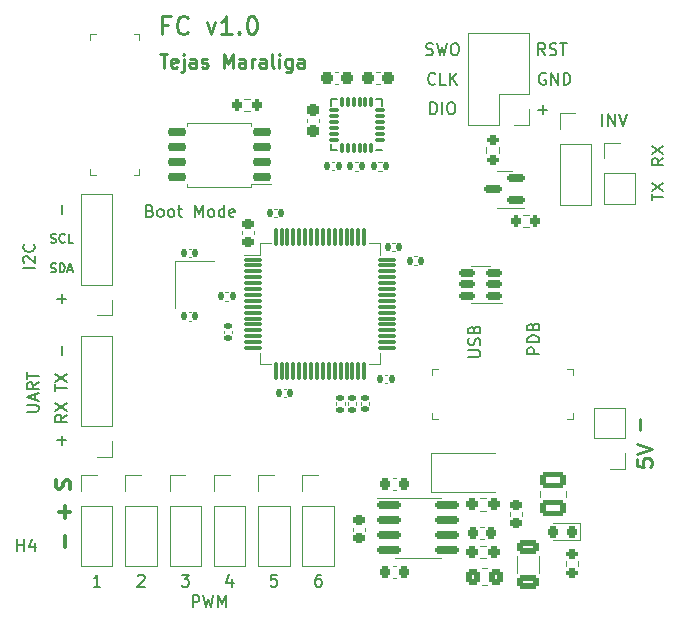
<source format=gto>
%TF.GenerationSoftware,KiCad,Pcbnew,(6.0.5)*%
%TF.CreationDate,2022-06-15T23:30:50-04:00*%
%TF.ProjectId,FlightController,466c6967-6874-4436-9f6e-74726f6c6c65,rev?*%
%TF.SameCoordinates,Original*%
%TF.FileFunction,Legend,Top*%
%TF.FilePolarity,Positive*%
%FSLAX46Y46*%
G04 Gerber Fmt 4.6, Leading zero omitted, Abs format (unit mm)*
G04 Created by KiCad (PCBNEW (6.0.5)) date 2022-06-15 23:30:50*
%MOMM*%
%LPD*%
G01*
G04 APERTURE LIST*
G04 Aperture macros list*
%AMRoundRect*
0 Rectangle with rounded corners*
0 $1 Rounding radius*
0 $2 $3 $4 $5 $6 $7 $8 $9 X,Y pos of 4 corners*
0 Add a 4 corners polygon primitive as box body*
4,1,4,$2,$3,$4,$5,$6,$7,$8,$9,$2,$3,0*
0 Add four circle primitives for the rounded corners*
1,1,$1+$1,$2,$3*
1,1,$1+$1,$4,$5*
1,1,$1+$1,$6,$7*
1,1,$1+$1,$8,$9*
0 Add four rect primitives between the rounded corners*
20,1,$1+$1,$2,$3,$4,$5,0*
20,1,$1+$1,$4,$5,$6,$7,0*
20,1,$1+$1,$6,$7,$8,$9,0*
20,1,$1+$1,$8,$9,$2,$3,0*%
G04 Aperture macros list end*
%ADD10C,0.150000*%
%ADD11C,0.250000*%
%ADD12C,0.300000*%
%ADD13C,0.120000*%
%ADD14C,0.100000*%
%ADD15C,5.000000*%
%ADD16RoundRect,0.200000X-0.275000X0.200000X-0.275000X-0.200000X0.275000X-0.200000X0.275000X0.200000X0*%
%ADD17RoundRect,0.237500X-0.250000X-0.237500X0.250000X-0.237500X0.250000X0.237500X-0.250000X0.237500X0*%
%ADD18RoundRect,0.250000X0.350000X0.450000X-0.350000X0.450000X-0.350000X-0.450000X0.350000X-0.450000X0*%
%ADD19RoundRect,0.200000X0.200000X0.275000X-0.200000X0.275000X-0.200000X-0.275000X0.200000X-0.275000X0*%
%ADD20RoundRect,0.200000X0.275000X-0.200000X0.275000X0.200000X-0.275000X0.200000X-0.275000X-0.200000X0*%
%ADD21RoundRect,0.250001X-0.849999X0.462499X-0.849999X-0.462499X0.849999X-0.462499X0.849999X0.462499X0*%
%ADD22RoundRect,0.218750X0.218750X0.256250X-0.218750X0.256250X-0.218750X-0.256250X0.218750X-0.256250X0*%
%ADD23R,2.500000X1.800000*%
%ADD24RoundRect,0.250000X0.650000X-0.325000X0.650000X0.325000X-0.650000X0.325000X-0.650000X-0.325000X0*%
%ADD25RoundRect,0.225000X-0.225000X-0.250000X0.225000X-0.250000X0.225000X0.250000X-0.225000X0.250000X0*%
%ADD26RoundRect,0.225000X-0.250000X0.225000X-0.250000X-0.225000X0.250000X-0.225000X0.250000X0.225000X0*%
%ADD27RoundRect,0.237500X-0.300000X-0.237500X0.300000X-0.237500X0.300000X0.237500X-0.300000X0.237500X0*%
%ADD28RoundRect,0.237500X0.237500X-0.300000X0.237500X0.300000X-0.237500X0.300000X-0.237500X-0.300000X0*%
%ADD29RoundRect,0.225000X0.250000X-0.225000X0.250000X0.225000X-0.250000X0.225000X-0.250000X-0.225000X0*%
%ADD30RoundRect,0.150000X0.650000X0.150000X-0.650000X0.150000X-0.650000X-0.150000X0.650000X-0.150000X0*%
%ADD31RoundRect,0.140000X0.140000X0.170000X-0.140000X0.170000X-0.140000X-0.170000X0.140000X-0.170000X0*%
%ADD32RoundRect,0.135000X-0.185000X0.135000X-0.185000X-0.135000X0.185000X-0.135000X0.185000X0.135000X0*%
%ADD33R,1.700000X1.700000*%
%ADD34O,1.700000X1.700000*%
%ADD35R,1.900000X1.900000*%
%ADD36C,1.900000*%
%ADD37RoundRect,0.140000X-0.140000X-0.170000X0.140000X-0.170000X0.140000X0.170000X-0.140000X0.170000X0*%
%ADD38RoundRect,0.140000X-0.170000X0.140000X-0.170000X-0.140000X0.170000X-0.140000X0.170000X0.140000X0*%
%ADD39RoundRect,0.150000X-0.825000X-0.150000X0.825000X-0.150000X0.825000X0.150000X-0.825000X0.150000X0*%
%ADD40RoundRect,0.140000X0.170000X-0.140000X0.170000X0.140000X-0.170000X0.140000X-0.170000X-0.140000X0*%
%ADD41R,1.250000X0.500000*%
%ADD42C,1.500000*%
%ADD43R,2.000000X2.500000*%
%ADD44RoundRect,0.075000X0.350000X0.075000X-0.350000X0.075000X-0.350000X-0.075000X0.350000X-0.075000X0*%
%ADD45RoundRect,0.075000X-0.075000X0.350000X-0.075000X-0.350000X0.075000X-0.350000X0.075000X0.350000X0*%
%ADD46RoundRect,0.135000X-0.135000X-0.185000X0.135000X-0.185000X0.135000X0.185000X-0.135000X0.185000X0*%
%ADD47RoundRect,0.135000X0.135000X0.185000X-0.135000X0.185000X-0.135000X-0.185000X0.135000X-0.185000X0*%
%ADD48RoundRect,0.075000X-0.700000X-0.075000X0.700000X-0.075000X0.700000X0.075000X-0.700000X0.075000X0*%
%ADD49RoundRect,0.075000X-0.075000X-0.700000X0.075000X-0.700000X0.075000X0.700000X-0.075000X0.700000X0*%
%ADD50RoundRect,0.150000X0.587500X0.150000X-0.587500X0.150000X-0.587500X-0.150000X0.587500X-0.150000X0*%
%ADD51RoundRect,0.150000X0.512500X0.150000X-0.512500X0.150000X-0.512500X-0.150000X0.512500X-0.150000X0*%
%ADD52R,1.200000X1.400000*%
G04 APERTURE END LIST*
D10*
X151369047Y-77404761D02*
X151511904Y-77452380D01*
X151750000Y-77452380D01*
X151845238Y-77404761D01*
X151892857Y-77357142D01*
X151940476Y-77261904D01*
X151940476Y-77166666D01*
X151892857Y-77071428D01*
X151845238Y-77023809D01*
X151750000Y-76976190D01*
X151559523Y-76928571D01*
X151464285Y-76880952D01*
X151416666Y-76833333D01*
X151369047Y-76738095D01*
X151369047Y-76642857D01*
X151416666Y-76547619D01*
X151464285Y-76500000D01*
X151559523Y-76452380D01*
X151797619Y-76452380D01*
X151940476Y-76500000D01*
X152273809Y-76452380D02*
X152511904Y-77452380D01*
X152702380Y-76738095D01*
X152892857Y-77452380D01*
X153130952Y-76452380D01*
X153702380Y-76452380D02*
X153892857Y-76452380D01*
X153988095Y-76500000D01*
X154083333Y-76595238D01*
X154130952Y-76785714D01*
X154130952Y-77119047D01*
X154083333Y-77309523D01*
X153988095Y-77404761D01*
X153892857Y-77452380D01*
X153702380Y-77452380D01*
X153607142Y-77404761D01*
X153511904Y-77309523D01*
X153464285Y-77119047D01*
X153464285Y-76785714D01*
X153511904Y-76595238D01*
X153607142Y-76500000D01*
X153702380Y-76452380D01*
X152154761Y-79857142D02*
X152107142Y-79904761D01*
X151964285Y-79952380D01*
X151869047Y-79952380D01*
X151726190Y-79904761D01*
X151630952Y-79809523D01*
X151583333Y-79714285D01*
X151535714Y-79523809D01*
X151535714Y-79380952D01*
X151583333Y-79190476D01*
X151630952Y-79095238D01*
X151726190Y-79000000D01*
X151869047Y-78952380D01*
X151964285Y-78952380D01*
X152107142Y-79000000D01*
X152154761Y-79047619D01*
X153059523Y-79952380D02*
X152583333Y-79952380D01*
X152583333Y-78952380D01*
X153392857Y-79952380D02*
X153392857Y-78952380D01*
X153964285Y-79952380D02*
X153535714Y-79380952D01*
X153964285Y-78952380D02*
X153392857Y-79523809D01*
X151726190Y-82452380D02*
X151726190Y-81452380D01*
X151964285Y-81452380D01*
X152107142Y-81500000D01*
X152202380Y-81595238D01*
X152250000Y-81690476D01*
X152297619Y-81880952D01*
X152297619Y-82023809D01*
X152250000Y-82214285D01*
X152202380Y-82309523D01*
X152107142Y-82404761D01*
X151964285Y-82452380D01*
X151726190Y-82452380D01*
X152726190Y-82452380D02*
X152726190Y-81452380D01*
X153392857Y-81452380D02*
X153583333Y-81452380D01*
X153678571Y-81500000D01*
X153773809Y-81595238D01*
X153821428Y-81785714D01*
X153821428Y-82119047D01*
X153773809Y-82309523D01*
X153678571Y-82404761D01*
X153583333Y-82452380D01*
X153392857Y-82452380D01*
X153297619Y-82404761D01*
X153202380Y-82309523D01*
X153154761Y-82119047D01*
X153154761Y-81785714D01*
X153202380Y-81595238D01*
X153297619Y-81500000D01*
X153392857Y-81452380D01*
X160869047Y-82071428D02*
X161630952Y-82071428D01*
X161250000Y-82452380D02*
X161250000Y-81690476D01*
X161488095Y-79000000D02*
X161392857Y-78952380D01*
X161250000Y-78952380D01*
X161107142Y-79000000D01*
X161011904Y-79095238D01*
X160964285Y-79190476D01*
X160916666Y-79380952D01*
X160916666Y-79523809D01*
X160964285Y-79714285D01*
X161011904Y-79809523D01*
X161107142Y-79904761D01*
X161250000Y-79952380D01*
X161345238Y-79952380D01*
X161488095Y-79904761D01*
X161535714Y-79857142D01*
X161535714Y-79523809D01*
X161345238Y-79523809D01*
X161964285Y-79952380D02*
X161964285Y-78952380D01*
X162535714Y-79952380D01*
X162535714Y-78952380D01*
X163011904Y-79952380D02*
X163011904Y-78952380D01*
X163250000Y-78952380D01*
X163392857Y-79000000D01*
X163488095Y-79095238D01*
X163535714Y-79190476D01*
X163583333Y-79380952D01*
X163583333Y-79523809D01*
X163535714Y-79714285D01*
X163488095Y-79809523D01*
X163392857Y-79904761D01*
X163250000Y-79952380D01*
X163011904Y-79952380D01*
X161452380Y-77452380D02*
X161119047Y-76976190D01*
X160880952Y-77452380D02*
X160880952Y-76452380D01*
X161261904Y-76452380D01*
X161357142Y-76500000D01*
X161404761Y-76547619D01*
X161452380Y-76642857D01*
X161452380Y-76785714D01*
X161404761Y-76880952D01*
X161357142Y-76928571D01*
X161261904Y-76976190D01*
X160880952Y-76976190D01*
X161833333Y-77404761D02*
X161976190Y-77452380D01*
X162214285Y-77452380D01*
X162309523Y-77404761D01*
X162357142Y-77357142D01*
X162404761Y-77261904D01*
X162404761Y-77166666D01*
X162357142Y-77071428D01*
X162309523Y-77023809D01*
X162214285Y-76976190D01*
X162023809Y-76928571D01*
X161928571Y-76880952D01*
X161880952Y-76833333D01*
X161833333Y-76738095D01*
X161833333Y-76642857D01*
X161880952Y-76547619D01*
X161928571Y-76500000D01*
X162023809Y-76452380D01*
X162261904Y-76452380D01*
X162404761Y-76500000D01*
X162690476Y-76452380D02*
X163261904Y-76452380D01*
X162976190Y-77452380D02*
X162976190Y-76452380D01*
X170452380Y-89761904D02*
X170452380Y-89190476D01*
X171452380Y-89476190D02*
X170452380Y-89476190D01*
X170452380Y-88952380D02*
X171452380Y-88285714D01*
X170452380Y-88285714D02*
X171452380Y-88952380D01*
D11*
X128811904Y-77370238D02*
X129469047Y-77370238D01*
X129140476Y-78520238D02*
X129140476Y-77370238D01*
X130290476Y-78465476D02*
X130180952Y-78520238D01*
X129961904Y-78520238D01*
X129852380Y-78465476D01*
X129797619Y-78355952D01*
X129797619Y-77917857D01*
X129852380Y-77808333D01*
X129961904Y-77753571D01*
X130180952Y-77753571D01*
X130290476Y-77808333D01*
X130345238Y-77917857D01*
X130345238Y-78027380D01*
X129797619Y-78136904D01*
X130838095Y-77753571D02*
X130838095Y-78739285D01*
X130783333Y-78848809D01*
X130673809Y-78903571D01*
X130619047Y-78903571D01*
X130838095Y-77370238D02*
X130783333Y-77425000D01*
X130838095Y-77479761D01*
X130892857Y-77425000D01*
X130838095Y-77370238D01*
X130838095Y-77479761D01*
X131878571Y-78520238D02*
X131878571Y-77917857D01*
X131823809Y-77808333D01*
X131714285Y-77753571D01*
X131495238Y-77753571D01*
X131385714Y-77808333D01*
X131878571Y-78465476D02*
X131769047Y-78520238D01*
X131495238Y-78520238D01*
X131385714Y-78465476D01*
X131330952Y-78355952D01*
X131330952Y-78246428D01*
X131385714Y-78136904D01*
X131495238Y-78082142D01*
X131769047Y-78082142D01*
X131878571Y-78027380D01*
X132371428Y-78465476D02*
X132480952Y-78520238D01*
X132700000Y-78520238D01*
X132809523Y-78465476D01*
X132864285Y-78355952D01*
X132864285Y-78301190D01*
X132809523Y-78191666D01*
X132700000Y-78136904D01*
X132535714Y-78136904D01*
X132426190Y-78082142D01*
X132371428Y-77972619D01*
X132371428Y-77917857D01*
X132426190Y-77808333D01*
X132535714Y-77753571D01*
X132700000Y-77753571D01*
X132809523Y-77808333D01*
X134233333Y-78520238D02*
X134233333Y-77370238D01*
X134616666Y-78191666D01*
X135000000Y-77370238D01*
X135000000Y-78520238D01*
X136040476Y-78520238D02*
X136040476Y-77917857D01*
X135985714Y-77808333D01*
X135876190Y-77753571D01*
X135657142Y-77753571D01*
X135547619Y-77808333D01*
X136040476Y-78465476D02*
X135930952Y-78520238D01*
X135657142Y-78520238D01*
X135547619Y-78465476D01*
X135492857Y-78355952D01*
X135492857Y-78246428D01*
X135547619Y-78136904D01*
X135657142Y-78082142D01*
X135930952Y-78082142D01*
X136040476Y-78027380D01*
X136588095Y-78520238D02*
X136588095Y-77753571D01*
X136588095Y-77972619D02*
X136642857Y-77863095D01*
X136697619Y-77808333D01*
X136807142Y-77753571D01*
X136916666Y-77753571D01*
X137792857Y-78520238D02*
X137792857Y-77917857D01*
X137738095Y-77808333D01*
X137628571Y-77753571D01*
X137409523Y-77753571D01*
X137300000Y-77808333D01*
X137792857Y-78465476D02*
X137683333Y-78520238D01*
X137409523Y-78520238D01*
X137300000Y-78465476D01*
X137245238Y-78355952D01*
X137245238Y-78246428D01*
X137300000Y-78136904D01*
X137409523Y-78082142D01*
X137683333Y-78082142D01*
X137792857Y-78027380D01*
X138504761Y-78520238D02*
X138395238Y-78465476D01*
X138340476Y-78355952D01*
X138340476Y-77370238D01*
X138942857Y-78520238D02*
X138942857Y-77753571D01*
X138942857Y-77370238D02*
X138888095Y-77425000D01*
X138942857Y-77479761D01*
X138997619Y-77425000D01*
X138942857Y-77370238D01*
X138942857Y-77479761D01*
X139983333Y-77753571D02*
X139983333Y-78684523D01*
X139928571Y-78794047D01*
X139873809Y-78848809D01*
X139764285Y-78903571D01*
X139600000Y-78903571D01*
X139490476Y-78848809D01*
X139983333Y-78465476D02*
X139873809Y-78520238D01*
X139654761Y-78520238D01*
X139545238Y-78465476D01*
X139490476Y-78410714D01*
X139435714Y-78301190D01*
X139435714Y-77972619D01*
X139490476Y-77863095D01*
X139545238Y-77808333D01*
X139654761Y-77753571D01*
X139873809Y-77753571D01*
X139983333Y-77808333D01*
X141023809Y-78520238D02*
X141023809Y-77917857D01*
X140969047Y-77808333D01*
X140859523Y-77753571D01*
X140640476Y-77753571D01*
X140530952Y-77808333D01*
X141023809Y-78465476D02*
X140914285Y-78520238D01*
X140640476Y-78520238D01*
X140530952Y-78465476D01*
X140476190Y-78355952D01*
X140476190Y-78246428D01*
X140530952Y-78136904D01*
X140640476Y-78082142D01*
X140914285Y-78082142D01*
X141023809Y-78027380D01*
X129535714Y-74892857D02*
X129035714Y-74892857D01*
X129035714Y-75678571D02*
X129035714Y-74178571D01*
X129750000Y-74178571D01*
X131178571Y-75535714D02*
X131107142Y-75607142D01*
X130892857Y-75678571D01*
X130750000Y-75678571D01*
X130535714Y-75607142D01*
X130392857Y-75464285D01*
X130321428Y-75321428D01*
X130250000Y-75035714D01*
X130250000Y-74821428D01*
X130321428Y-74535714D01*
X130392857Y-74392857D01*
X130535714Y-74250000D01*
X130750000Y-74178571D01*
X130892857Y-74178571D01*
X131107142Y-74250000D01*
X131178571Y-74321428D01*
X132821428Y-74678571D02*
X133178571Y-75678571D01*
X133535714Y-74678571D01*
X134892857Y-75678571D02*
X134035714Y-75678571D01*
X134464285Y-75678571D02*
X134464285Y-74178571D01*
X134321428Y-74392857D01*
X134178571Y-74535714D01*
X134035714Y-74607142D01*
X135535714Y-75535714D02*
X135607142Y-75607142D01*
X135535714Y-75678571D01*
X135464285Y-75607142D01*
X135535714Y-75535714D01*
X135535714Y-75678571D01*
X136535714Y-74178571D02*
X136678571Y-74178571D01*
X136821428Y-74250000D01*
X136892857Y-74321428D01*
X136964285Y-74464285D01*
X137035714Y-74750000D01*
X137035714Y-75107142D01*
X136964285Y-75392857D01*
X136892857Y-75535714D01*
X136821428Y-75607142D01*
X136678571Y-75678571D01*
X136535714Y-75678571D01*
X136392857Y-75607142D01*
X136321428Y-75535714D01*
X136250000Y-75392857D01*
X136178571Y-75107142D01*
X136178571Y-74750000D01*
X136250000Y-74464285D01*
X136321428Y-74321428D01*
X136392857Y-74250000D01*
X136535714Y-74178571D01*
D10*
X119589285Y-95803571D02*
X119696428Y-95839285D01*
X119875000Y-95839285D01*
X119946428Y-95803571D01*
X119982142Y-95767857D01*
X120017857Y-95696428D01*
X120017857Y-95625000D01*
X119982142Y-95553571D01*
X119946428Y-95517857D01*
X119875000Y-95482142D01*
X119732142Y-95446428D01*
X119660714Y-95410714D01*
X119625000Y-95375000D01*
X119589285Y-95303571D01*
X119589285Y-95232142D01*
X119625000Y-95160714D01*
X119660714Y-95125000D01*
X119732142Y-95089285D01*
X119910714Y-95089285D01*
X120017857Y-95125000D01*
X120339285Y-95839285D02*
X120339285Y-95089285D01*
X120517857Y-95089285D01*
X120625000Y-95125000D01*
X120696428Y-95196428D01*
X120732142Y-95267857D01*
X120767857Y-95410714D01*
X120767857Y-95517857D01*
X120732142Y-95660714D01*
X120696428Y-95732142D01*
X120625000Y-95803571D01*
X120517857Y-95839285D01*
X120339285Y-95839285D01*
X121053571Y-95625000D02*
X121410714Y-95625000D01*
X120982142Y-95839285D02*
X121232142Y-95089285D01*
X121482142Y-95839285D01*
X120571428Y-90880952D02*
X120571428Y-90119047D01*
X120119047Y-110071428D02*
X120880952Y-110071428D01*
X120500000Y-110452380D02*
X120500000Y-109690476D01*
X126964285Y-121547619D02*
X127011904Y-121500000D01*
X127107142Y-121452380D01*
X127345238Y-121452380D01*
X127440476Y-121500000D01*
X127488095Y-121547619D01*
X127535714Y-121642857D01*
X127535714Y-121738095D01*
X127488095Y-121880952D01*
X126916666Y-122452380D01*
X127535714Y-122452380D01*
X117552380Y-107645238D02*
X118361904Y-107645238D01*
X118457142Y-107597619D01*
X118504761Y-107550000D01*
X118552380Y-107454761D01*
X118552380Y-107264285D01*
X118504761Y-107169047D01*
X118457142Y-107121428D01*
X118361904Y-107073809D01*
X117552380Y-107073809D01*
X118266666Y-106645238D02*
X118266666Y-106169047D01*
X118552380Y-106740476D02*
X117552380Y-106407142D01*
X118552380Y-106073809D01*
X118552380Y-105169047D02*
X118076190Y-105502380D01*
X118552380Y-105740476D02*
X117552380Y-105740476D01*
X117552380Y-105359523D01*
X117600000Y-105264285D01*
X117647619Y-105216666D01*
X117742857Y-105169047D01*
X117885714Y-105169047D01*
X117980952Y-105216666D01*
X118028571Y-105264285D01*
X118076190Y-105359523D01*
X118076190Y-105740476D01*
X117552380Y-104883333D02*
X117552380Y-104311904D01*
X118552380Y-104597619D02*
X117552380Y-104597619D01*
X127995238Y-90628571D02*
X128138095Y-90676190D01*
X128185714Y-90723809D01*
X128233333Y-90819047D01*
X128233333Y-90961904D01*
X128185714Y-91057142D01*
X128138095Y-91104761D01*
X128042857Y-91152380D01*
X127661904Y-91152380D01*
X127661904Y-90152380D01*
X127995238Y-90152380D01*
X128090476Y-90200000D01*
X128138095Y-90247619D01*
X128185714Y-90342857D01*
X128185714Y-90438095D01*
X128138095Y-90533333D01*
X128090476Y-90580952D01*
X127995238Y-90628571D01*
X127661904Y-90628571D01*
X128804761Y-91152380D02*
X128709523Y-91104761D01*
X128661904Y-91057142D01*
X128614285Y-90961904D01*
X128614285Y-90676190D01*
X128661904Y-90580952D01*
X128709523Y-90533333D01*
X128804761Y-90485714D01*
X128947619Y-90485714D01*
X129042857Y-90533333D01*
X129090476Y-90580952D01*
X129138095Y-90676190D01*
X129138095Y-90961904D01*
X129090476Y-91057142D01*
X129042857Y-91104761D01*
X128947619Y-91152380D01*
X128804761Y-91152380D01*
X129709523Y-91152380D02*
X129614285Y-91104761D01*
X129566666Y-91057142D01*
X129519047Y-90961904D01*
X129519047Y-90676190D01*
X129566666Y-90580952D01*
X129614285Y-90533333D01*
X129709523Y-90485714D01*
X129852380Y-90485714D01*
X129947619Y-90533333D01*
X129995238Y-90580952D01*
X130042857Y-90676190D01*
X130042857Y-90961904D01*
X129995238Y-91057142D01*
X129947619Y-91104761D01*
X129852380Y-91152380D01*
X129709523Y-91152380D01*
X130328571Y-90485714D02*
X130709523Y-90485714D01*
X130471428Y-90152380D02*
X130471428Y-91009523D01*
X130519047Y-91104761D01*
X130614285Y-91152380D01*
X130709523Y-91152380D01*
X131804761Y-91152380D02*
X131804761Y-90152380D01*
X132138095Y-90866666D01*
X132471428Y-90152380D01*
X132471428Y-91152380D01*
X133090476Y-91152380D02*
X132995238Y-91104761D01*
X132947619Y-91057142D01*
X132900000Y-90961904D01*
X132900000Y-90676190D01*
X132947619Y-90580952D01*
X132995238Y-90533333D01*
X133090476Y-90485714D01*
X133233333Y-90485714D01*
X133328571Y-90533333D01*
X133376190Y-90580952D01*
X133423809Y-90676190D01*
X133423809Y-90961904D01*
X133376190Y-91057142D01*
X133328571Y-91104761D01*
X133233333Y-91152380D01*
X133090476Y-91152380D01*
X134280952Y-91152380D02*
X134280952Y-90152380D01*
X134280952Y-91104761D02*
X134185714Y-91152380D01*
X133995238Y-91152380D01*
X133900000Y-91104761D01*
X133852380Y-91057142D01*
X133804761Y-90961904D01*
X133804761Y-90676190D01*
X133852380Y-90580952D01*
X133900000Y-90533333D01*
X133995238Y-90485714D01*
X134185714Y-90485714D01*
X134280952Y-90533333D01*
X135138095Y-91104761D02*
X135042857Y-91152380D01*
X134852380Y-91152380D01*
X134757142Y-91104761D01*
X134709523Y-91009523D01*
X134709523Y-90628571D01*
X134757142Y-90533333D01*
X134852380Y-90485714D01*
X135042857Y-90485714D01*
X135138095Y-90533333D01*
X135185714Y-90628571D01*
X135185714Y-90723809D01*
X134709523Y-90819047D01*
X154952380Y-103011904D02*
X155761904Y-103011904D01*
X155857142Y-102964285D01*
X155904761Y-102916666D01*
X155952380Y-102821428D01*
X155952380Y-102630952D01*
X155904761Y-102535714D01*
X155857142Y-102488095D01*
X155761904Y-102440476D01*
X154952380Y-102440476D01*
X155904761Y-102011904D02*
X155952380Y-101869047D01*
X155952380Y-101630952D01*
X155904761Y-101535714D01*
X155857142Y-101488095D01*
X155761904Y-101440476D01*
X155666666Y-101440476D01*
X155571428Y-101488095D01*
X155523809Y-101535714D01*
X155476190Y-101630952D01*
X155428571Y-101821428D01*
X155380952Y-101916666D01*
X155333333Y-101964285D01*
X155238095Y-102011904D01*
X155142857Y-102011904D01*
X155047619Y-101964285D01*
X155000000Y-101916666D01*
X154952380Y-101821428D01*
X154952380Y-101583333D01*
X155000000Y-101440476D01*
X155428571Y-100678571D02*
X155476190Y-100535714D01*
X155523809Y-100488095D01*
X155619047Y-100440476D01*
X155761904Y-100440476D01*
X155857142Y-100488095D01*
X155904761Y-100535714D01*
X155952380Y-100630952D01*
X155952380Y-101011904D01*
X154952380Y-101011904D01*
X154952380Y-100678571D01*
X155000000Y-100583333D01*
X155047619Y-100535714D01*
X155142857Y-100488095D01*
X155238095Y-100488095D01*
X155333333Y-100535714D01*
X155380952Y-100583333D01*
X155428571Y-100678571D01*
X155428571Y-101011904D01*
X118252380Y-95476190D02*
X117252380Y-95476190D01*
X117347619Y-95047619D02*
X117300000Y-95000000D01*
X117252380Y-94904761D01*
X117252380Y-94666666D01*
X117300000Y-94571428D01*
X117347619Y-94523809D01*
X117442857Y-94476190D01*
X117538095Y-94476190D01*
X117680952Y-94523809D01*
X118252380Y-95095238D01*
X118252380Y-94476190D01*
X118157142Y-93476190D02*
X118204761Y-93523809D01*
X118252380Y-93666666D01*
X118252380Y-93761904D01*
X118204761Y-93904761D01*
X118109523Y-94000000D01*
X118014285Y-94047619D01*
X117823809Y-94095238D01*
X117680952Y-94095238D01*
X117490476Y-94047619D01*
X117395238Y-94000000D01*
X117300000Y-93904761D01*
X117252380Y-93761904D01*
X117252380Y-93666666D01*
X117300000Y-93523809D01*
X117347619Y-93476190D01*
D12*
X120770188Y-119111886D02*
X120770188Y-118159505D01*
X120770188Y-116611886D02*
X120770188Y-115659505D01*
X121246379Y-116135695D02*
X120293998Y-116135695D01*
X121186855Y-114171409D02*
X121246379Y-113992838D01*
X121246379Y-113695219D01*
X121186855Y-113576171D01*
X121127331Y-113516647D01*
X121008283Y-113457124D01*
X120889236Y-113457124D01*
X120770188Y-113516647D01*
X120710664Y-113576171D01*
X120651141Y-113695219D01*
X120591617Y-113933314D01*
X120532093Y-114052362D01*
X120472569Y-114111886D01*
X120353522Y-114171409D01*
X120234474Y-114171409D01*
X120115426Y-114111886D01*
X120055903Y-114052362D01*
X119996379Y-113933314D01*
X119996379Y-113635695D01*
X120055903Y-113457124D01*
D10*
X130666666Y-121452380D02*
X131285714Y-121452380D01*
X130952380Y-121833333D01*
X131095238Y-121833333D01*
X131190476Y-121880952D01*
X131238095Y-121928571D01*
X131285714Y-122023809D01*
X131285714Y-122261904D01*
X131238095Y-122357142D01*
X131190476Y-122404761D01*
X131095238Y-122452380D01*
X130809523Y-122452380D01*
X130714285Y-122404761D01*
X130666666Y-122357142D01*
X142440476Y-121452380D02*
X142250000Y-121452380D01*
X142154761Y-121500000D01*
X142107142Y-121547619D01*
X142011904Y-121690476D01*
X141964285Y-121880952D01*
X141964285Y-122261904D01*
X142011904Y-122357142D01*
X142059523Y-122404761D01*
X142154761Y-122452380D01*
X142345238Y-122452380D01*
X142440476Y-122404761D01*
X142488095Y-122357142D01*
X142535714Y-122261904D01*
X142535714Y-122023809D01*
X142488095Y-121928571D01*
X142440476Y-121880952D01*
X142345238Y-121833333D01*
X142154761Y-121833333D01*
X142059523Y-121880952D01*
X142011904Y-121928571D01*
X141964285Y-122023809D01*
D11*
X169489285Y-109176190D02*
X169489285Y-108223809D01*
D10*
X120571428Y-102880952D02*
X120571428Y-102119047D01*
X131595238Y-124202380D02*
X131595238Y-123202380D01*
X131976190Y-123202380D01*
X132071428Y-123250000D01*
X132119047Y-123297619D01*
X132166666Y-123392857D01*
X132166666Y-123535714D01*
X132119047Y-123630952D01*
X132071428Y-123678571D01*
X131976190Y-123726190D01*
X131595238Y-123726190D01*
X132500000Y-123202380D02*
X132738095Y-124202380D01*
X132928571Y-123488095D01*
X133119047Y-124202380D01*
X133357142Y-123202380D01*
X133738095Y-124202380D02*
X133738095Y-123202380D01*
X134071428Y-123916666D01*
X134404761Y-123202380D01*
X134404761Y-124202380D01*
X171452380Y-86166666D02*
X170976190Y-86500000D01*
X171452380Y-86738095D02*
X170452380Y-86738095D01*
X170452380Y-86357142D01*
X170500000Y-86261904D01*
X170547619Y-86214285D01*
X170642857Y-86166666D01*
X170785714Y-86166666D01*
X170880952Y-86214285D01*
X170928571Y-86261904D01*
X170976190Y-86357142D01*
X170976190Y-86738095D01*
X170452380Y-85833333D02*
X171452380Y-85166666D01*
X170452380Y-85166666D02*
X171452380Y-85833333D01*
X166297619Y-83452380D02*
X166297619Y-82452380D01*
X166773809Y-83452380D02*
X166773809Y-82452380D01*
X167345238Y-83452380D01*
X167345238Y-82452380D01*
X167678571Y-82452380D02*
X168011904Y-83452380D01*
X168345238Y-82452380D01*
X119607142Y-93303571D02*
X119714285Y-93339285D01*
X119892857Y-93339285D01*
X119964285Y-93303571D01*
X120000000Y-93267857D01*
X120035714Y-93196428D01*
X120035714Y-93125000D01*
X120000000Y-93053571D01*
X119964285Y-93017857D01*
X119892857Y-92982142D01*
X119750000Y-92946428D01*
X119678571Y-92910714D01*
X119642857Y-92875000D01*
X119607142Y-92803571D01*
X119607142Y-92732142D01*
X119642857Y-92660714D01*
X119678571Y-92625000D01*
X119750000Y-92589285D01*
X119928571Y-92589285D01*
X120035714Y-92625000D01*
X120785714Y-93267857D02*
X120750000Y-93303571D01*
X120642857Y-93339285D01*
X120571428Y-93339285D01*
X120464285Y-93303571D01*
X120392857Y-93232142D01*
X120357142Y-93160714D01*
X120321428Y-93017857D01*
X120321428Y-92910714D01*
X120357142Y-92767857D01*
X120392857Y-92696428D01*
X120464285Y-92625000D01*
X120571428Y-92589285D01*
X120642857Y-92589285D01*
X120750000Y-92625000D01*
X120785714Y-92660714D01*
X121464285Y-93339285D02*
X121107142Y-93339285D01*
X121107142Y-92589285D01*
X123785714Y-122452380D02*
X123214285Y-122452380D01*
X123500000Y-122452380D02*
X123500000Y-121452380D01*
X123404761Y-121595238D01*
X123309523Y-121690476D01*
X123214285Y-121738095D01*
X134940476Y-121785714D02*
X134940476Y-122452380D01*
X134702380Y-121404761D02*
X134464285Y-122119047D01*
X135083333Y-122119047D01*
X138738095Y-121452380D02*
X138261904Y-121452380D01*
X138214285Y-121928571D01*
X138261904Y-121880952D01*
X138357142Y-121833333D01*
X138595238Y-121833333D01*
X138690476Y-121880952D01*
X138738095Y-121928571D01*
X138785714Y-122023809D01*
X138785714Y-122261904D01*
X138738095Y-122357142D01*
X138690476Y-122404761D01*
X138595238Y-122452380D01*
X138357142Y-122452380D01*
X138261904Y-122404761D01*
X138214285Y-122357142D01*
D11*
X169215476Y-111638095D02*
X169215476Y-112233333D01*
X169810714Y-112292857D01*
X169751190Y-112233333D01*
X169691666Y-112114285D01*
X169691666Y-111816666D01*
X169751190Y-111697619D01*
X169810714Y-111638095D01*
X169929761Y-111578571D01*
X170227380Y-111578571D01*
X170346428Y-111638095D01*
X170405952Y-111697619D01*
X170465476Y-111816666D01*
X170465476Y-112114285D01*
X170405952Y-112233333D01*
X170346428Y-112292857D01*
X169215476Y-111221428D02*
X170465476Y-110804761D01*
X169215476Y-110388095D01*
D10*
X120119047Y-98071428D02*
X120880952Y-98071428D01*
X120500000Y-98452380D02*
X120500000Y-97690476D01*
X160952380Y-102761904D02*
X159952380Y-102761904D01*
X159952380Y-102380952D01*
X160000000Y-102285714D01*
X160047619Y-102238095D01*
X160142857Y-102190476D01*
X160285714Y-102190476D01*
X160380952Y-102238095D01*
X160428571Y-102285714D01*
X160476190Y-102380952D01*
X160476190Y-102761904D01*
X160952380Y-101761904D02*
X159952380Y-101761904D01*
X159952380Y-101523809D01*
X160000000Y-101380952D01*
X160095238Y-101285714D01*
X160190476Y-101238095D01*
X160380952Y-101190476D01*
X160523809Y-101190476D01*
X160714285Y-101238095D01*
X160809523Y-101285714D01*
X160904761Y-101380952D01*
X160952380Y-101523809D01*
X160952380Y-101761904D01*
X160428571Y-100428571D02*
X160476190Y-100285714D01*
X160523809Y-100238095D01*
X160619047Y-100190476D01*
X160761904Y-100190476D01*
X160857142Y-100238095D01*
X160904761Y-100285714D01*
X160952380Y-100380952D01*
X160952380Y-100761904D01*
X159952380Y-100761904D01*
X159952380Y-100428571D01*
X160000000Y-100333333D01*
X160047619Y-100285714D01*
X160142857Y-100238095D01*
X160238095Y-100238095D01*
X160333333Y-100285714D01*
X160380952Y-100333333D01*
X160428571Y-100428571D01*
X160428571Y-100761904D01*
X120952380Y-107904761D02*
X120476190Y-108238095D01*
X120952380Y-108476190D02*
X119952380Y-108476190D01*
X119952380Y-108095238D01*
X120000000Y-108000000D01*
X120047619Y-107952380D01*
X120142857Y-107904761D01*
X120285714Y-107904761D01*
X120380952Y-107952380D01*
X120428571Y-108000000D01*
X120476190Y-108095238D01*
X120476190Y-108476190D01*
X119952380Y-107571428D02*
X120952380Y-106904761D01*
X119952380Y-106904761D02*
X120952380Y-107571428D01*
X119952380Y-105904761D02*
X119952380Y-105333333D01*
X120952380Y-105619047D02*
X119952380Y-105619047D01*
X119952380Y-105095238D02*
X120952380Y-104428571D01*
X119952380Y-104428571D02*
X120952380Y-105095238D01*
%TO.C,H4*%
X116738095Y-119452380D02*
X116738095Y-118452380D01*
X116738095Y-118928571D02*
X117309523Y-118928571D01*
X117309523Y-119452380D02*
X117309523Y-118452380D01*
X118214285Y-118785714D02*
X118214285Y-119452380D01*
X117976190Y-118404761D02*
X117738095Y-119119047D01*
X118357142Y-119119047D01*
D13*
%TO.C,R12*%
X163177500Y-120262742D02*
X163177500Y-120737258D01*
X164222500Y-120262742D02*
X164222500Y-120737258D01*
%TO.C,R11*%
X155945276Y-118977500D02*
X156454724Y-118977500D01*
X155945276Y-120022500D02*
X156454724Y-120022500D01*
%TO.C,R10*%
X156527064Y-122335000D02*
X156072936Y-122335000D01*
X156527064Y-120865000D02*
X156072936Y-120865000D01*
%TO.C,R9*%
X155945276Y-114977500D02*
X156454724Y-114977500D01*
X155945276Y-116022500D02*
X156454724Y-116022500D01*
%TO.C,R3*%
X136437258Y-81177500D02*
X135962742Y-81177500D01*
X136437258Y-82222500D02*
X135962742Y-82222500D01*
%TO.C,R2*%
X157522500Y-85737258D02*
X157522500Y-85262742D01*
X156477500Y-85737258D02*
X156477500Y-85262742D01*
%TO.C,R1*%
X160037258Y-90977500D02*
X159562742Y-90977500D01*
X160037258Y-92022500D02*
X159562742Y-92022500D01*
%TO.C,L1*%
X160990000Y-114338748D02*
X160990000Y-114861252D01*
X163210000Y-114338748D02*
X163210000Y-114861252D01*
%TO.C,D2*%
X164385000Y-117065000D02*
X162100000Y-117065000D01*
X164385000Y-118535000D02*
X164385000Y-117065000D01*
X162100000Y-118535000D02*
X164385000Y-118535000D01*
%TO.C,D1*%
X151800000Y-111150000D02*
X157200000Y-111150000D01*
X151800000Y-114450000D02*
X157200000Y-114450000D01*
X151800000Y-111150000D02*
X151800000Y-114450000D01*
%TO.C,C20*%
X159090000Y-121311252D02*
X159090000Y-119888748D01*
X160910000Y-121311252D02*
X160910000Y-119888748D01*
%TO.C,C19*%
X148551356Y-114235527D02*
X148832516Y-114235527D01*
X148551356Y-113215527D02*
X148832516Y-113215527D01*
%TO.C,C18*%
X148551356Y-121735527D02*
X148832516Y-121735527D01*
X148551356Y-120715527D02*
X148832516Y-120715527D01*
%TO.C,C17*%
X158490000Y-116159420D02*
X158490000Y-116440580D01*
X159510000Y-116159420D02*
X159510000Y-116440580D01*
%TO.C,C16*%
X155959420Y-118410000D02*
X156240580Y-118410000D01*
X155959420Y-117390000D02*
X156240580Y-117390000D01*
%TO.C,C15*%
X145190000Y-117459420D02*
X145190000Y-117740580D01*
X146210000Y-117459420D02*
X146210000Y-117740580D01*
%TO.C,C13*%
X143653733Y-78890000D02*
X143946267Y-78890000D01*
X143653733Y-79910000D02*
X143946267Y-79910000D01*
%TO.C,C12*%
X141290000Y-83146267D02*
X141290000Y-82853733D01*
X142310000Y-83146267D02*
X142310000Y-82853733D01*
%TO.C,C11*%
X147153733Y-78890000D02*
X147446267Y-78890000D01*
X147153733Y-79910000D02*
X147446267Y-79910000D01*
%TO.C,C5*%
X136810000Y-92640580D02*
X136810000Y-92359420D01*
X135790000Y-92640580D02*
X135790000Y-92359420D01*
%TO.C,U3*%
X136575000Y-83175000D02*
X136575000Y-83435000D01*
X136575000Y-88365000D02*
X138250000Y-88365000D01*
X133850000Y-88625000D02*
X136575000Y-88625000D01*
X136575000Y-88625000D02*
X136575000Y-88365000D01*
X131125000Y-83175000D02*
X131125000Y-83435000D01*
X133850000Y-83175000D02*
X131125000Y-83175000D01*
X133850000Y-83175000D02*
X136575000Y-83175000D01*
X131125000Y-88625000D02*
X131125000Y-88365000D01*
X133850000Y-88625000D02*
X131125000Y-88625000D01*
%TO.C,C14*%
X143587836Y-87220000D02*
X143372164Y-87220000D01*
X143587836Y-86500000D02*
X143372164Y-86500000D01*
%TO.C,R7*%
X144474333Y-106798707D02*
X144474333Y-107105989D01*
X143714333Y-106798707D02*
X143714333Y-107105989D01*
%TO.C,J1*%
X162670000Y-82370000D02*
X164000000Y-82370000D01*
X165330000Y-84970000D02*
X165330000Y-90110000D01*
X162670000Y-84970000D02*
X162670000Y-90110000D01*
X162670000Y-84970000D02*
X165330000Y-84970000D01*
X162670000Y-90110000D02*
X165330000Y-90110000D01*
X162670000Y-83700000D02*
X162670000Y-82370000D01*
%TO.C,J8*%
X133400000Y-120745000D02*
X136060000Y-120745000D01*
X136060000Y-115605000D02*
X136060000Y-120745000D01*
X133400000Y-115605000D02*
X133400000Y-120745000D01*
X133400000Y-115605000D02*
X136060000Y-115605000D01*
X133400000Y-113005000D02*
X134730000Y-113005000D01*
X133400000Y-114335000D02*
X133400000Y-113005000D01*
%TO.C,J11*%
X124810000Y-99490000D02*
X123480000Y-99490000D01*
X124810000Y-96890000D02*
X122150000Y-96890000D01*
X124810000Y-98160000D02*
X124810000Y-99490000D01*
X124810000Y-96890000D02*
X124810000Y-89210000D01*
X124810000Y-89210000D02*
X122150000Y-89210000D01*
X122150000Y-96890000D02*
X122150000Y-89210000D01*
D14*
%TO.C,SW1*%
X122900000Y-75700000D02*
X123400000Y-75700000D01*
X122900000Y-75700000D02*
X122900000Y-76200000D01*
X122900000Y-87600000D02*
X122900000Y-87100000D01*
X122900000Y-87600000D02*
X123400000Y-87600000D01*
X127100000Y-87600000D02*
X127100000Y-87100000D01*
X127100000Y-87600000D02*
X126600000Y-87600000D01*
X127100000Y-75700000D02*
X126600000Y-75700000D01*
X127100000Y-75700000D02*
X127100000Y-76200000D01*
D13*
%TO.C,C9*%
X138492164Y-90440000D02*
X138707836Y-90440000D01*
X138492164Y-91160000D02*
X138707836Y-91160000D01*
%TO.C,C3*%
X145834598Y-106824431D02*
X145834598Y-107040103D01*
X146554598Y-106824431D02*
X146554598Y-107040103D01*
%TO.C,J4*%
X124810000Y-111490000D02*
X123480000Y-111490000D01*
X124810000Y-108890000D02*
X124810000Y-101210000D01*
X124810000Y-110160000D02*
X124810000Y-111490000D01*
X124810000Y-108890000D02*
X122150000Y-108890000D01*
X124810000Y-101210000D02*
X122150000Y-101210000D01*
X122150000Y-108890000D02*
X122150000Y-101210000D01*
%TO.C,R8*%
X145474333Y-106798707D02*
X145474333Y-107105989D01*
X144714333Y-106798707D02*
X144714333Y-107105989D01*
%TO.C,U5*%
X150691936Y-114915527D02*
X152641936Y-114915527D01*
X150691936Y-120035527D02*
X152641936Y-120035527D01*
X150691936Y-120035527D02*
X148741936Y-120035527D01*
X150691936Y-114915527D02*
X147241936Y-114915527D01*
%TO.C,C10*%
X134240000Y-101007836D02*
X134240000Y-100792164D01*
X134960000Y-101007836D02*
X134960000Y-100792164D01*
%TO.C,J7*%
X129650000Y-115605000D02*
X132310000Y-115605000D01*
X129650000Y-120745000D02*
X132310000Y-120745000D01*
X129650000Y-114335000D02*
X129650000Y-113005000D01*
X129650000Y-113005000D02*
X130980000Y-113005000D01*
X132310000Y-115605000D02*
X132310000Y-120745000D01*
X129650000Y-115605000D02*
X129650000Y-120745000D01*
%TO.C,C6*%
X139513043Y-106403876D02*
X139297371Y-106403876D01*
X139513043Y-105683876D02*
X139297371Y-105683876D01*
%TO.C,J13*%
X168230000Y-107305000D02*
X165570000Y-107305000D01*
X168230000Y-111175000D02*
X168230000Y-112505000D01*
X168230000Y-109905000D02*
X168230000Y-107305000D01*
X168230000Y-112505000D02*
X166900000Y-112505000D01*
X165570000Y-109905000D02*
X165570000Y-107305000D01*
X168230000Y-109905000D02*
X165570000Y-109905000D01*
D10*
%TO.C,U4*%
X147630000Y-85510000D02*
X147105000Y-85510000D01*
X143330000Y-81210000D02*
X143855000Y-81210000D01*
X143330000Y-85510000D02*
X143855000Y-85510000D01*
X147630000Y-81210000D02*
X147630000Y-81735000D01*
X143330000Y-85510000D02*
X143330000Y-84985000D01*
X143330000Y-81210000D02*
X143330000Y-81735000D01*
X147630000Y-81210000D02*
X147105000Y-81210000D01*
D13*
%TO.C,R6*%
X147326359Y-86480000D02*
X147633641Y-86480000D01*
X147326359Y-87240000D02*
X147633641Y-87240000D01*
D14*
%TO.C,SW2*%
X151880000Y-108257500D02*
X151880000Y-107757500D01*
X163780000Y-104057500D02*
X163780000Y-104557500D01*
X151880000Y-108257500D02*
X152380000Y-108257500D01*
X163780000Y-108257500D02*
X163280000Y-108257500D01*
X151880000Y-104057500D02*
X151880000Y-104557500D01*
X151880000Y-104057500D02*
X152380000Y-104057500D01*
X163780000Y-108257500D02*
X163780000Y-107757500D01*
X163780000Y-104057500D02*
X163280000Y-104057500D01*
D13*
%TO.C,J12*%
X169095581Y-87461641D02*
X169095581Y-90061641D01*
X166435581Y-87461641D02*
X166435581Y-90061641D01*
X166435581Y-86191641D02*
X166435581Y-84861641D01*
X166435581Y-87461641D02*
X169095581Y-87461641D01*
X166435581Y-84861641D02*
X167765581Y-84861641D01*
X166435581Y-90061641D02*
X169095581Y-90061641D01*
%TO.C,C7*%
X147872164Y-104500000D02*
X148087836Y-104500000D01*
X147872164Y-105220000D02*
X148087836Y-105220000D01*
%TO.C,C1*%
X131255225Y-93853999D02*
X131470897Y-93853999D01*
X131255225Y-94573999D02*
X131470897Y-94573999D01*
%TO.C,R5*%
X145623641Y-86480000D02*
X145316359Y-86480000D01*
X145623641Y-87240000D02*
X145316359Y-87240000D01*
%TO.C,C4*%
X150372164Y-95220000D02*
X150587836Y-95220000D01*
X150372164Y-94500000D02*
X150587836Y-94500000D01*
%TO.C,J5*%
X122150000Y-120745000D02*
X124810000Y-120745000D01*
X124810000Y-115605000D02*
X124810000Y-120745000D01*
X122150000Y-113005000D02*
X123480000Y-113005000D01*
X122150000Y-115605000D02*
X124810000Y-115605000D01*
X122150000Y-115605000D02*
X122150000Y-120745000D01*
X122150000Y-114335000D02*
X122150000Y-113005000D01*
%TO.C,J10*%
X140900000Y-115605000D02*
X140900000Y-120745000D01*
X140900000Y-114335000D02*
X140900000Y-113005000D01*
X140900000Y-120745000D02*
X143560000Y-120745000D01*
X140900000Y-113005000D02*
X142230000Y-113005000D01*
X143560000Y-115605000D02*
X143560000Y-120745000D01*
X140900000Y-115605000D02*
X143560000Y-115605000D01*
%TO.C,J9*%
X137150000Y-114335000D02*
X137150000Y-113005000D01*
X139810000Y-115605000D02*
X139810000Y-120745000D01*
X137150000Y-113005000D02*
X138480000Y-113005000D01*
X137150000Y-115605000D02*
X139810000Y-115605000D01*
X137150000Y-115605000D02*
X137150000Y-120745000D01*
X137150000Y-120745000D02*
X139810000Y-120745000D01*
%TO.C,U1*%
X146540000Y-93400000D02*
X147490000Y-93400000D01*
X147490000Y-93400000D02*
X147490000Y-94350000D01*
X138220000Y-103620000D02*
X137270000Y-103620000D01*
X137270000Y-103620000D02*
X137270000Y-102670000D01*
X137270000Y-93400000D02*
X137270000Y-94350000D01*
X138220000Y-93400000D02*
X137270000Y-93400000D01*
X146540000Y-103620000D02*
X147490000Y-103620000D01*
X137270000Y-94350000D02*
X135930000Y-94350000D01*
X147490000Y-103620000D02*
X147490000Y-102670000D01*
%TO.C,C8*%
X148492164Y-93340000D02*
X148707836Y-93340000D01*
X148492164Y-94060000D02*
X148707836Y-94060000D01*
%TO.C,C2*%
X131470897Y-99934404D02*
X131255225Y-99934404D01*
X131470897Y-99214404D02*
X131255225Y-99214404D01*
%TO.C,Q1*%
X158000000Y-87240000D02*
X158650000Y-87240000D01*
X158000000Y-87240000D02*
X157350000Y-87240000D01*
X158000000Y-90360000D02*
X157350000Y-90360000D01*
X158000000Y-90360000D02*
X159675000Y-90360000D01*
%TO.C,J6*%
X128560000Y-115605000D02*
X128560000Y-120745000D01*
X125900000Y-115605000D02*
X125900000Y-120745000D01*
X125900000Y-113005000D02*
X127230000Y-113005000D01*
X125900000Y-115605000D02*
X128560000Y-115605000D01*
X125900000Y-114335000D02*
X125900000Y-113005000D01*
X125900000Y-120745000D02*
X128560000Y-120745000D01*
%TO.C,U2*%
X155980000Y-95300000D02*
X155180000Y-95300000D01*
X155980000Y-98420000D02*
X155180000Y-98420000D01*
X155980000Y-98420000D02*
X157780000Y-98420000D01*
X155980000Y-95300000D02*
X156780000Y-95300000D01*
%TO.C,Y1*%
X133380000Y-94860000D02*
X130080000Y-94860000D01*
X130080000Y-94860000D02*
X130080000Y-98860000D01*
%TO.C,R4*%
X134633641Y-97480000D02*
X134326359Y-97480000D01*
X134633641Y-98240000D02*
X134326359Y-98240000D01*
%TO.C,J3*%
X160105000Y-75615000D02*
X154905000Y-75615000D01*
X160105000Y-80755000D02*
X157505000Y-80755000D01*
X157505000Y-80755000D02*
X157505000Y-83355000D01*
X154905000Y-83355000D02*
X154905000Y-75615000D01*
X160105000Y-80755000D02*
X160105000Y-75615000D01*
X160105000Y-82025000D02*
X160105000Y-83355000D01*
X160105000Y-83355000D02*
X158775000Y-83355000D01*
X157505000Y-83355000D02*
X154905000Y-83355000D01*
%TD*%
%LPC*%
D15*
%TO.C,H4*%
X117500000Y-122500000D03*
%TD*%
D16*
%TO.C,R12*%
X163700000Y-119675000D03*
X163700000Y-121325000D03*
%TD*%
D17*
%TO.C,R11*%
X155287500Y-119500000D03*
X157112500Y-119500000D03*
%TD*%
D18*
%TO.C,R10*%
X157300000Y-121600000D03*
X155300000Y-121600000D03*
%TD*%
D17*
%TO.C,R9*%
X155287500Y-115500000D03*
X157112500Y-115500000D03*
%TD*%
D19*
%TO.C,R3*%
X137025000Y-81700000D03*
X135375000Y-81700000D03*
%TD*%
D20*
%TO.C,R2*%
X157000000Y-86325000D03*
X157000000Y-84675000D03*
%TD*%
D19*
%TO.C,R1*%
X160625000Y-91500000D03*
X158975000Y-91500000D03*
%TD*%
D21*
%TO.C,L1*%
X162100000Y-113437500D03*
X162100000Y-115762500D03*
%TD*%
D22*
%TO.C,D2*%
X163687500Y-117800000D03*
X162112500Y-117800000D03*
%TD*%
D23*
%TO.C,D1*%
X153200000Y-112800000D03*
X157200000Y-112800000D03*
%TD*%
D24*
%TO.C,C20*%
X160000000Y-122075000D03*
X160000000Y-119125000D03*
%TD*%
D25*
%TO.C,C19*%
X147916936Y-113725527D03*
X149466936Y-113725527D03*
%TD*%
%TO.C,C18*%
X147916936Y-121225527D03*
X149466936Y-121225527D03*
%TD*%
D26*
%TO.C,C17*%
X159000000Y-115525000D03*
X159000000Y-117075000D03*
%TD*%
D25*
%TO.C,C16*%
X155325000Y-117900000D03*
X156875000Y-117900000D03*
%TD*%
D26*
%TO.C,C15*%
X145700000Y-116825000D03*
X145700000Y-118375000D03*
%TD*%
D27*
%TO.C,C13*%
X142937500Y-79400000D03*
X144662500Y-79400000D03*
%TD*%
D28*
%TO.C,C12*%
X141800000Y-83862500D03*
X141800000Y-82137500D03*
%TD*%
D27*
%TO.C,C11*%
X146437500Y-79400000D03*
X148162500Y-79400000D03*
%TD*%
D29*
%TO.C,C5*%
X136300000Y-93275000D03*
X136300000Y-91725000D03*
%TD*%
D30*
%TO.C,U3*%
X137450000Y-87805000D03*
X137450000Y-86535000D03*
X137450000Y-85265000D03*
X137450000Y-83995000D03*
X130250000Y-83995000D03*
X130250000Y-85265000D03*
X130250000Y-86535000D03*
X130250000Y-87805000D03*
%TD*%
D31*
%TO.C,C14*%
X143960000Y-86860000D03*
X143000000Y-86860000D03*
%TD*%
D32*
%TO.C,R7*%
X144094333Y-106442348D03*
X144094333Y-107462348D03*
%TD*%
D33*
%TO.C,J1*%
X164000000Y-83700000D03*
D34*
X164000000Y-86240000D03*
X164000000Y-88780000D03*
%TD*%
D33*
%TO.C,J8*%
X134730000Y-114335000D03*
D34*
X134730000Y-116875000D03*
X134730000Y-119415000D03*
%TD*%
D33*
%TO.C,J11*%
X123480000Y-98160000D03*
D34*
X123480000Y-95620000D03*
X123480000Y-93080000D03*
X123480000Y-90540000D03*
%TD*%
D35*
%TO.C,SW1*%
X125000000Y-84000000D03*
D36*
X125000000Y-81500000D03*
X125000000Y-79000000D03*
%TD*%
D37*
%TO.C,C9*%
X138120000Y-90800000D03*
X139080000Y-90800000D03*
%TD*%
D15*
%TO.C,H1*%
X170000000Y-122500000D03*
%TD*%
%TO.C,H2*%
X117500000Y-77500000D03*
%TD*%
D38*
%TO.C,C3*%
X146194598Y-106452267D03*
X146194598Y-107412267D03*
%TD*%
D33*
%TO.C,J4*%
X123480000Y-110160000D03*
D34*
X123480000Y-107620000D03*
X123480000Y-105080000D03*
X123480000Y-102540000D03*
%TD*%
D32*
%TO.C,R8*%
X145094333Y-106442348D03*
X145094333Y-107462348D03*
%TD*%
D39*
%TO.C,U5*%
X148216936Y-115570527D03*
X148216936Y-116840527D03*
X148216936Y-118110527D03*
X148216936Y-119380527D03*
X153166936Y-119380527D03*
X153166936Y-118110527D03*
X153166936Y-116840527D03*
X153166936Y-115570527D03*
%TD*%
D40*
%TO.C,C10*%
X134600000Y-101380000D03*
X134600000Y-100420000D03*
%TD*%
D33*
%TO.C,J7*%
X130980000Y-114335000D03*
D34*
X130980000Y-116875000D03*
X130980000Y-119415000D03*
%TD*%
D31*
%TO.C,C6*%
X139885207Y-106043876D03*
X138925207Y-106043876D03*
%TD*%
D41*
%TO.C,J2*%
X165775000Y-98460000D03*
X165775000Y-97660000D03*
X165775000Y-96860000D03*
X165775000Y-96060000D03*
X165775000Y-95260000D03*
D42*
X168425000Y-95110000D03*
D43*
X171725000Y-101060000D03*
X166425000Y-101060000D03*
D42*
X168425000Y-98610000D03*
D43*
X171725000Y-92660000D03*
X166425000Y-92660000D03*
%TD*%
D34*
%TO.C,J13*%
X166900000Y-108635000D03*
D33*
X166900000Y-111175000D03*
%TD*%
D44*
%TO.C,U4*%
X147430000Y-84610000D03*
X147430000Y-84110000D03*
X147430000Y-83610000D03*
X147430000Y-83110000D03*
X147430000Y-82610000D03*
X147430000Y-82110000D03*
D45*
X146730000Y-81410000D03*
X146230000Y-81410000D03*
X145730000Y-81410000D03*
X145230000Y-81410000D03*
X144730000Y-81410000D03*
X144230000Y-81410000D03*
D44*
X143530000Y-82110000D03*
X143530000Y-82610000D03*
X143530000Y-83110000D03*
X143530000Y-83610000D03*
X143530000Y-84110000D03*
X143530000Y-84610000D03*
D45*
X144230000Y-85310000D03*
X144730000Y-85310000D03*
X145230000Y-85310000D03*
X145730000Y-85310000D03*
X146230000Y-85310000D03*
X146730000Y-85310000D03*
%TD*%
D46*
%TO.C,R6*%
X146970000Y-86860000D03*
X147990000Y-86860000D03*
%TD*%
D35*
%TO.C,SW2*%
X155480000Y-106157500D03*
D36*
X157980000Y-106157500D03*
X160480000Y-106157500D03*
%TD*%
D33*
%TO.C,J12*%
X167765581Y-86191641D03*
D34*
X167765581Y-88731641D03*
%TD*%
D37*
%TO.C,C7*%
X147500000Y-104860000D03*
X148460000Y-104860000D03*
%TD*%
%TO.C,C1*%
X130883061Y-94213999D03*
X131843061Y-94213999D03*
%TD*%
D47*
%TO.C,R5*%
X145980000Y-86860000D03*
X144960000Y-86860000D03*
%TD*%
D37*
%TO.C,C4*%
X150000000Y-94860000D03*
X150960000Y-94860000D03*
%TD*%
D33*
%TO.C,J5*%
X123480000Y-114335000D03*
D34*
X123480000Y-116875000D03*
X123480000Y-119415000D03*
%TD*%
D33*
%TO.C,J10*%
X142230000Y-114335000D03*
D34*
X142230000Y-116875000D03*
X142230000Y-119415000D03*
%TD*%
D33*
%TO.C,J9*%
X138480000Y-114335000D03*
D34*
X138480000Y-116875000D03*
X138480000Y-119415000D03*
%TD*%
D48*
%TO.C,U1*%
X136705000Y-94760000D03*
X136705000Y-95260000D03*
X136705000Y-95760000D03*
X136705000Y-96260000D03*
X136705000Y-96760000D03*
X136705000Y-97260000D03*
X136705000Y-97760000D03*
X136705000Y-98260000D03*
X136705000Y-98760000D03*
X136705000Y-99260000D03*
X136705000Y-99760000D03*
X136705000Y-100260000D03*
X136705000Y-100760000D03*
X136705000Y-101260000D03*
X136705000Y-101760000D03*
X136705000Y-102260000D03*
D49*
X138630000Y-104185000D03*
X139130000Y-104185000D03*
X139630000Y-104185000D03*
X140130000Y-104185000D03*
X140630000Y-104185000D03*
X141130000Y-104185000D03*
X141630000Y-104185000D03*
X142130000Y-104185000D03*
X142630000Y-104185000D03*
X143130000Y-104185000D03*
X143630000Y-104185000D03*
X144130000Y-104185000D03*
X144630000Y-104185000D03*
X145130000Y-104185000D03*
X145630000Y-104185000D03*
X146130000Y-104185000D03*
D48*
X148055000Y-102260000D03*
X148055000Y-101760000D03*
X148055000Y-101260000D03*
X148055000Y-100760000D03*
X148055000Y-100260000D03*
X148055000Y-99760000D03*
X148055000Y-99260000D03*
X148055000Y-98760000D03*
X148055000Y-98260000D03*
X148055000Y-97760000D03*
X148055000Y-97260000D03*
X148055000Y-96760000D03*
X148055000Y-96260000D03*
X148055000Y-95760000D03*
X148055000Y-95260000D03*
X148055000Y-94760000D03*
D49*
X146130000Y-92835000D03*
X145630000Y-92835000D03*
X145130000Y-92835000D03*
X144630000Y-92835000D03*
X144130000Y-92835000D03*
X143630000Y-92835000D03*
X143130000Y-92835000D03*
X142630000Y-92835000D03*
X142130000Y-92835000D03*
X141630000Y-92835000D03*
X141130000Y-92835000D03*
X140630000Y-92835000D03*
X140130000Y-92835000D03*
X139630000Y-92835000D03*
X139130000Y-92835000D03*
X138630000Y-92835000D03*
%TD*%
D37*
%TO.C,C8*%
X148120000Y-93700000D03*
X149080000Y-93700000D03*
%TD*%
D31*
%TO.C,C2*%
X131843061Y-99574404D03*
X130883061Y-99574404D03*
%TD*%
D50*
%TO.C,Q1*%
X158937500Y-89750000D03*
X158937500Y-87850000D03*
X157062500Y-88800000D03*
%TD*%
D33*
%TO.C,J6*%
X127230000Y-114335000D03*
D34*
X127230000Y-116875000D03*
X127230000Y-119415000D03*
%TD*%
D51*
%TO.C,U2*%
X157117500Y-97810000D03*
X157117500Y-96860000D03*
X157117500Y-95910000D03*
X154842500Y-95910000D03*
X154842500Y-96860000D03*
X154842500Y-97810000D03*
%TD*%
D52*
%TO.C,Y1*%
X130880000Y-95760000D03*
X130880000Y-97960000D03*
X132580000Y-97960000D03*
X132580000Y-95760000D03*
%TD*%
D15*
%TO.C,H3*%
X170000000Y-77500000D03*
%TD*%
D47*
%TO.C,R4*%
X134990000Y-97860000D03*
X133970000Y-97860000D03*
%TD*%
D33*
%TO.C,J3*%
X158775000Y-82025000D03*
D34*
X156235000Y-82025000D03*
X158775000Y-79485000D03*
X156235000Y-79485000D03*
X158775000Y-76945000D03*
X156235000Y-76945000D03*
%TD*%
M02*

</source>
